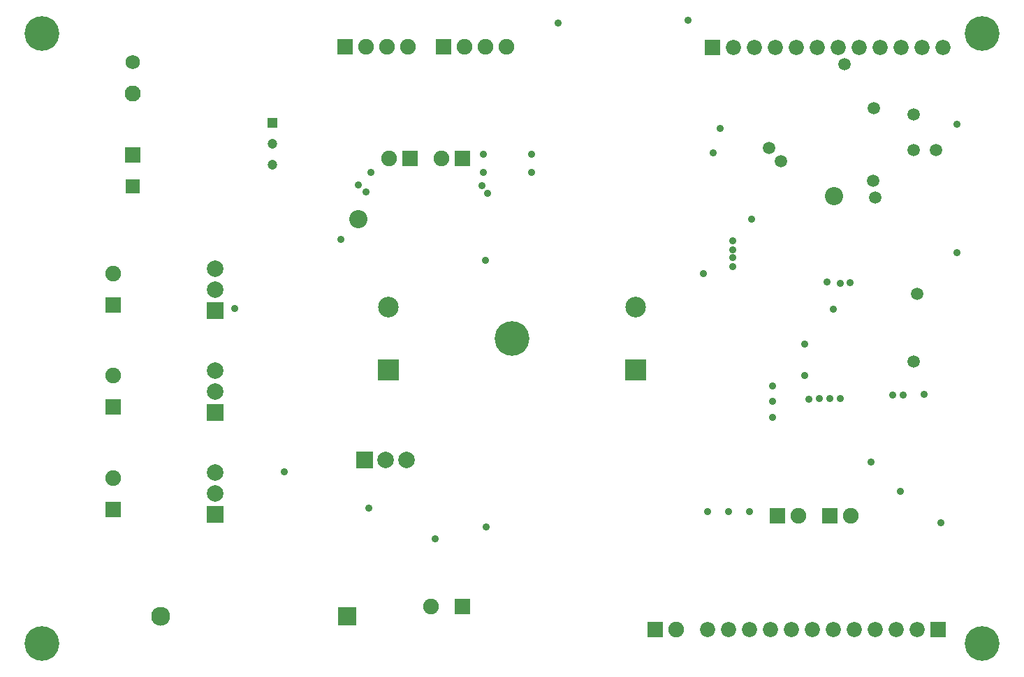
<source format=gbs>
G04*
G04 #@! TF.GenerationSoftware,Altium Limited,Altium Designer,22.7.1 (60)*
G04*
G04 Layer_Color=16711935*
%FSLAX44Y44*%
%MOMM*%
G71*
G04*
G04 #@! TF.SameCoordinates,F9262A58-C723-4885-9EE7-A1CEE64B0761*
G04*
G04*
G04 #@! TF.FilePolarity,Negative*
G04*
G01*
G75*
%ADD65C,2.3000*%
%ADD66R,2.3000X2.3000*%
%ADD67C,1.9532*%
%ADD68R,1.9532X1.9532*%
%ADD69R,1.2000X1.2000*%
%ADD70C,1.2000*%
%ADD71C,1.7500*%
%ADD72R,1.7500X1.7500*%
%ADD73R,2.5000X2.5000*%
%ADD74C,2.5000*%
%ADD75C,1.8400*%
%ADD76R,1.8400X1.8400*%
%ADD77C,1.9032*%
%ADD78R,1.9032X1.9032*%
%ADD79R,1.9032X1.9032*%
%ADD80R,2.0000X2.0000*%
%ADD81C,2.0000*%
%ADD82R,2.0000X2.0000*%
%ADD83C,4.2032*%
%ADD84C,0.9032*%
%ADD85C,1.5032*%
%ADD86C,2.2032*%
D65*
X174020Y63500D02*
D03*
D66*
X400020D02*
D03*
D67*
X140000Y697500D02*
D03*
D68*
Y622500D02*
D03*
D69*
X309830Y661670D02*
D03*
D70*
Y636270D02*
D03*
Y610870D02*
D03*
D71*
X140000Y735000D02*
D03*
D72*
Y585000D02*
D03*
D73*
X450000Y361900D02*
D03*
X750000D02*
D03*
D74*
X450000Y438100D02*
D03*
X750000D02*
D03*
D75*
X1122830Y753110D02*
D03*
X1097430D02*
D03*
X1072030D02*
D03*
X1046630D02*
D03*
X1021230D02*
D03*
X995830D02*
D03*
X970430D02*
D03*
X945030D02*
D03*
X919630D02*
D03*
X894230D02*
D03*
X868830D02*
D03*
X938530Y46990D02*
D03*
X836930D02*
D03*
X862330D02*
D03*
X887730D02*
D03*
X989330D02*
D03*
X1014730D02*
D03*
X1040130D02*
D03*
X1065530D02*
D03*
X1090930D02*
D03*
X963930D02*
D03*
X913130D02*
D03*
D76*
X843430Y753110D02*
D03*
X1116330Y46990D02*
D03*
D77*
X116840Y478790D02*
D03*
Y231140D02*
D03*
X501650Y74830D02*
D03*
X798830Y46990D02*
D03*
X514350Y618490D02*
D03*
X450850D02*
D03*
X947420Y185420D02*
D03*
X1010920D02*
D03*
X542290Y754380D02*
D03*
X567690D02*
D03*
X593090D02*
D03*
X422910D02*
D03*
X448310D02*
D03*
X473710D02*
D03*
X116840Y354965D02*
D03*
D78*
Y440690D02*
D03*
Y193040D02*
D03*
Y316865D02*
D03*
D79*
X539750Y74830D02*
D03*
X773430Y46990D02*
D03*
X539750Y618490D02*
D03*
X476250D02*
D03*
X922020Y185420D02*
D03*
X985520D02*
D03*
X516890Y754380D02*
D03*
X397510D02*
D03*
D80*
X239780Y434340D02*
D03*
Y310515D02*
D03*
Y186690D02*
D03*
D81*
Y459740D02*
D03*
Y485140D02*
D03*
Y335915D02*
D03*
Y361315D02*
D03*
Y212090D02*
D03*
Y237490D02*
D03*
X447040Y252980D02*
D03*
X472440D02*
D03*
D82*
X421640D02*
D03*
D83*
X1170000Y770000D02*
D03*
X30000D02*
D03*
Y30480D02*
D03*
X600000Y400000D02*
D03*
X1170000Y30000D02*
D03*
D84*
X1139698Y660400D02*
D03*
X1139444Y503936D02*
D03*
X1120140Y176784D02*
D03*
X813054Y786384D02*
D03*
X656336Y782828D02*
D03*
X1035050Y250190D02*
D03*
X506730Y157480D02*
D03*
X1010190Y467690D02*
D03*
X852170Y655320D02*
D03*
X843660Y625220D02*
D03*
X890270Y544830D02*
D03*
X998220Y467360D02*
D03*
X982040Y468690D02*
D03*
X1074420Y331470D02*
D03*
X989330Y435610D02*
D03*
X960120Y326646D02*
D03*
X915670Y342900D02*
D03*
X955040Y355600D02*
D03*
X1061720Y331470D02*
D03*
X867321Y518249D02*
D03*
X867410Y508000D02*
D03*
X867499Y497929D02*
D03*
X831850Y478790D02*
D03*
X565150Y623570D02*
D03*
Y601980D02*
D03*
X623570Y623570D02*
D03*
X567690Y495300D02*
D03*
X392430Y520700D02*
D03*
X414020Y586740D02*
D03*
X867410Y487680D02*
D03*
X915670Y323850D02*
D03*
X985600Y326970D02*
D03*
X998300D02*
D03*
X972900D02*
D03*
X915670Y304800D02*
D03*
X1099820Y332740D02*
D03*
X623570Y601980D02*
D03*
X568960Y171450D02*
D03*
X429260Y601980D02*
D03*
X422910Y577850D02*
D03*
X264160Y436880D02*
D03*
X323850Y238760D02*
D03*
X1070390Y214740D02*
D03*
X955040Y393700D02*
D03*
X887730Y190500D02*
D03*
X862330D02*
D03*
X836930D02*
D03*
X426720Y194310D02*
D03*
X563880Y585160D02*
D03*
X570230Y576580D02*
D03*
D85*
X1087120Y628650D02*
D03*
X1113790D02*
D03*
X1040130Y571500D02*
D03*
X1037590Y591820D02*
D03*
X1038860Y679450D02*
D03*
X1090930Y454660D02*
D03*
X1003300Y732790D02*
D03*
X925830Y615020D02*
D03*
X911860Y631190D02*
D03*
X1087120Y671830D02*
D03*
Y372110D02*
D03*
D86*
X990600Y572770D02*
D03*
X414020Y544830D02*
D03*
M02*

</source>
